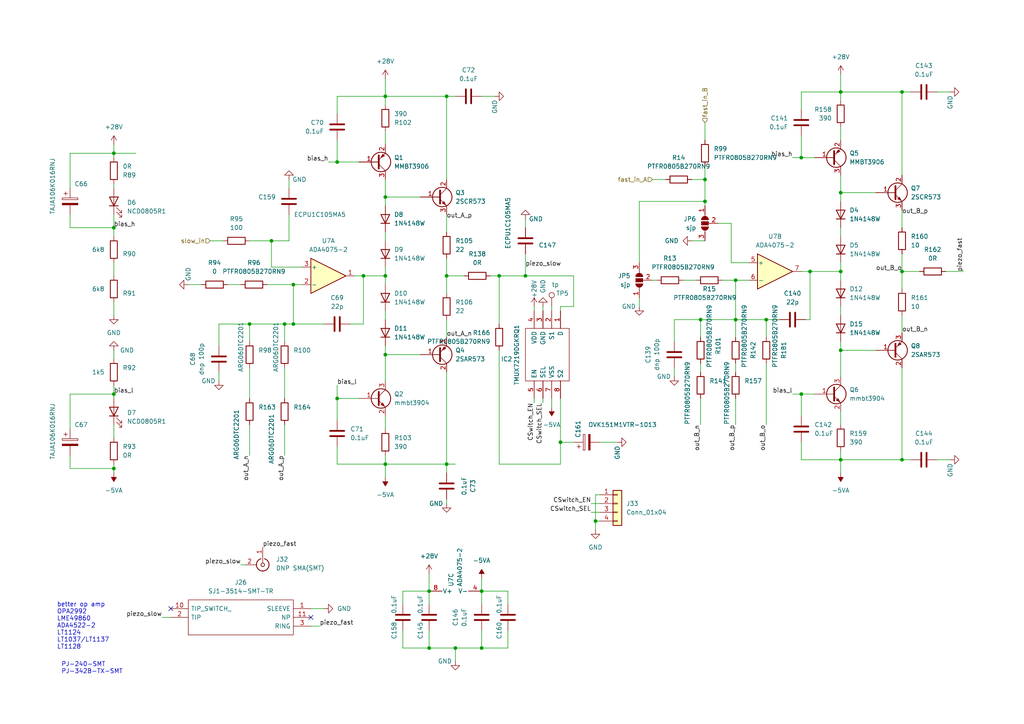
<source format=kicad_sch>
(kicad_sch (version 20211123) (generator eeschema)
  (paper "A4")
  (lib_symbols
    (symbol "Amplifier_Operational:ADA4075-2" (pin_names (offset 0.127))
      (property "Reference" "U" (at 0 5.08 0))
      (property "Value" "ADA4075-2" (at 0 -5.08 0))
      (symbol "ADA4075-2_1_1"
        (pin output line (at 7.62 0 180) (length 2.54) (name "~") (number "1"))
        (pin input line (at -7.62 -2.54 0) (length 2.54) (name "-") (number "2"))
        (pin input line (at -7.62 2.54 0) (length 2.54) (name "+") (number "3"))
      )
      (symbol "ADA4075-2_2_1"
        (pin input line (at -7.62 2.54 0) (length 2.54) (name "+") (number "5"))
        (pin input line (at -7.62 -2.54 0) (length 2.54) (name "-") (number "6"))
        (pin output line (at 7.62 0 180) (length 2.54) (name "~") (number "7"))
      )
      (symbol "ADA4075-2_3_1"
        (pin power_in line (at -2.54 -7.62 90) (length 3.81) (name "V-") (number "4"))
        (pin power_in line (at -2.54 7.62 270) (length 3.81) (name "V+") (number "8"))
      )
    )
    (symbol "Connector:Conn_Coaxial" (pin_names (offset 1.016) hide)
      (property "Reference" "J" (at 0.254 3.048 0))
      (property "Value" "Conn_Coaxial" (at 2.921 0 90))
      (symbol "Conn_Coaxial_1_1"
        (pin passive line (at -5.08 0 0) (length 2.54) (name "In") (number "1"))
        (pin passive line (at 0 -5.08 90) (length 2.54) (name "Ext") (number "2"))
      )
    )
    (symbol "Connector:TestPoint" (pin_numbers hide) (pin_names (offset 0.762) hide)
      (property "Reference" "TP" (at 0 6.858 0))
      (property "Value" "TestPoint" (at 0 5.08 0))
      (symbol "TestPoint_1_1"
        (pin passive line (at 0 0 90) (length 2.54) (name "1") (number "1"))
      )
    )
    (symbol "Connector_Generic:Conn_01x04" (pin_names (offset 1.016) hide)
      (property "Reference" "J" (at 0 5.08 0))
      (property "Value" "Conn_01x04" (at 0 -7.62 0))
      (symbol "Conn_01x04_1_1"
        (pin passive line (at -5.08 2.54 0) (length 3.81) (name "Pin_1") (number "1"))
        (pin passive line (at -5.08 0 0) (length 3.81) (name "Pin_2") (number "2"))
        (pin passive line (at -5.08 -2.54 0) (length 3.81) (name "Pin_3") (number "3"))
        (pin passive line (at -5.08 -5.08 0) (length 3.81) (name "Pin_4") (number "4"))
      )
    )
    (symbol "Device:C" (pin_numbers hide) (pin_names (offset 0.254))
      (property "Reference" "C" (at 0.635 2.54 0))
      (property "Value" "C" (at 0.635 -2.54 0))
      (symbol "C_1_1"
        (pin passive line (at 0 3.81 270) (length 2.794) (name "~") (number "1"))
        (pin passive line (at 0 -3.81 90) (length 2.794) (name "~") (number "2"))
      )
    )
    (symbol "Device:C_Polarized" (pin_numbers hide) (pin_names (offset 0.254))
      (property "Reference" "C" (at 0.635 2.54 0))
      (property "Value" "C_Polarized" (at 0.635 -2.54 0))
      (symbol "C_Polarized_1_1"
        (pin passive line (at 0 3.81 270) (length 2.794) (name "~") (number "1"))
        (pin passive line (at 0 -3.81 90) (length 2.794) (name "~") (number "2"))
      )
    )
    (symbol "Device:D" (pin_numbers hide) (pin_names (offset 1.016) hide)
      (property "Reference" "D" (at 0 2.54 0))
      (property "Value" "D" (at 0 -2.54 0))
      (symbol "D_1_1"
        (pin passive line (at -3.81 0 0) (length 2.54) (name "K") (number "1"))
        (pin passive line (at 3.81 0 180) (length 2.54) (name "A") (number "2"))
      )
    )
    (symbol "Device:LED" (pin_numbers hide) (pin_names (offset 1.016) hide)
      (property "Reference" "D" (at 0 2.54 0))
      (property "Value" "LED" (at 0 -2.54 0))
      (symbol "LED_1_1"
        (pin passive line (at -3.81 0 0) (length 2.54) (name "K") (number "1"))
        (pin passive line (at 3.81 0 180) (length 2.54) (name "A") (number "2"))
      )
    )
    (symbol "Device:Q_NPN_BCE" (pin_names (offset 0) hide)
      (property "Reference" "Q" (at 5.08 1.27 0))
      (property "Value" "Q_NPN_BCE" (at 5.08 -1.27 0))
      (symbol "Q_NPN_BCE_1_1"
        (pin input line (at -5.08 0 0) (length 5.715) (name "B") (number "1"))
        (pin passive line (at 2.54 5.08 270) (length 2.54) (name "C") (number "2"))
        (pin passive line (at 2.54 -5.08 90) (length 2.54) (name "E") (number "3"))
      )
    )
    (symbol "Device:Q_NPN_BEC" (pin_names (offset 0) hide)
      (property "Reference" "Q" (at 5.08 1.27 0))
      (property "Value" "Q_NPN_BEC" (at 5.08 -1.27 0))
      (symbol "Q_NPN_BEC_1_1"
        (pin input line (at -5.08 0 0) (length 5.715) (name "B") (number "1"))
        (pin passive line (at 2.54 -5.08 90) (length 2.54) (name "E") (number "2"))
        (pin passive line (at 2.54 5.08 270) (length 2.54) (name "C") (number "3"))
      )
    )
    (symbol "Device:Q_PNP_BCE" (pin_names (offset 0) hide)
      (property "Reference" "Q" (at 5.08 1.27 0))
      (property "Value" "Q_PNP_BCE" (at 5.08 -1.27 0))
      (symbol "Q_PNP_BCE_1_1"
        (pin input line (at -5.08 0 0) (length 5.715) (name "B") (number "1"))
        (pin passive line (at 2.54 5.08 270) (length 2.54) (name "C") (number "2"))
        (pin passive line (at 2.54 -5.08 90) (length 2.54) (name "E") (number "3"))
      )
    )
    (symbol "Device:Q_PNP_BEC" (pin_names (offset 0) hide)
      (property "Reference" "Q" (at 5.08 1.27 0))
      (property "Value" "Q_PNP_BEC" (at 5.08 -1.27 0))
      (symbol "Q_PNP_BEC_1_1"
        (pin input line (at -5.08 0 0) (length 5.715) (name "B") (number "1"))
        (pin passive line (at 2.54 -5.08 90) (length 2.54) (name "E") (number "2"))
        (pin passive line (at 2.54 5.08 270) (length 2.54) (name "C") (number "3"))
      )
    )
    (symbol "Device:R" (pin_numbers hide) (pin_names (offset 0))
      (property "Reference" "R" (at 2.032 0 90))
      (property "Value" "R" (at 0 0 90))
      (symbol "R_1_1"
        (pin passive line (at 0 3.81 270) (length 1.27) (name "~") (number "1"))
        (pin passive line (at 0 -3.81 90) (length 1.27) (name "~") (number "2"))
      )
    )
    (symbol "Jumper:SolderJumper_3_Open" (pin_names (offset 0) hide)
      (property "Reference" "JP" (at -2.54 -2.54 0))
      (property "Value" "SolderJumper_3_Open" (at 0 2.794 0))
      (symbol "SolderJumper_3_Open_1_1"
        (pin passive line (at -5.08 0 0) (length 2.54) (name "A") (number "1"))
        (pin passive line (at 0 -3.81 90) (length 2.54) (name "C") (number "2"))
        (pin passive line (at 5.08 0 180) (length 2.54) (name "B") (number "3"))
      )
    )
    (symbol "SamacSys_Parts:SJ1-3514-SMT-TR" (pin_names (offset 0.762))
      (property "Reference" "J" (at 36.83 7.62 0))
      (property "Value" "SJ1-3514-SMT-TR" (at 36.83 5.08 0))
      (symbol "SJ1-3514-SMT-TR_0_0"
        (pin passive line (at 40.64 0 180) (length 5.08) (name "SLEEVE") (number "1"))
        (pin passive line (at 0 0 0) (length 5.08) (name "TIP_SWITCH_") (number "10"))
        (pin passive line (at 40.64 -2.54 180) (length 5.08) (name "NP") (number "11"))
        (pin passive line (at 0 -2.54 0) (length 5.08) (name "TIP") (number "2"))
        (pin passive line (at 40.64 -5.08 180) (length 5.08) (name "RING") (number "3"))
      )
    )
    (symbol "SamacSys_Parts:TMUX7219DGKRQ1" (pin_names (offset 0.762))
      (property "Reference" "IC" (at 21.59 7.62 0))
      (property "Value" "TMUX7219DGKRQ1" (at 21.59 5.08 0))
      (symbol "TMUX7219DGKRQ1_0_0"
        (pin passive line (at 0 0 0) (length 5.08) (name "D") (number "1"))
        (pin passive line (at 0 -2.54 0) (length 5.08) (name "S1") (number "2"))
        (pin passive line (at 0 -5.08 0) (length 5.08) (name "GND") (number "3"))
        (pin passive line (at 0 -7.62 0) (length 5.08) (name "VDD") (number "4"))
        (pin passive line (at 25.4 -7.62 180) (length 5.08) (name "EN") (number "5"))
        (pin passive line (at 25.4 -5.08 180) (length 5.08) (name "SEL") (number "6"))
        (pin passive line (at 25.4 -2.54 180) (length 5.08) (name "VSS") (number "7"))
        (pin passive line (at 25.4 0 180) (length 5.08) (name "S2") (number "8"))
      )
    )
    (symbol "power:+28V" (power) (pin_names (offset 0))
      (property "Value" "+28V" (at 0 3.81 0))
      (symbol "+28V_1_1"
        (pin power_in line (at 0 0 90) (length 0) hide (name "+28V") (number "1"))
      )
    )
    (symbol "power:-5VA" (power) (pin_names (offset 0))
      (property "Value" "-5VA" (at 0 3.81 0))
      (symbol "-5VA_0_0"
        (pin power_in line (at 0 0 90) (length 0) hide (name "-5VA") (number "1"))
      )
    )
    (symbol "power:GND" (power) (pin_names (offset 0))
      (property "Value" "GND" (at 0 -3.81 0))
      (symbol "GND_1_1"
        (pin power_in line (at 0 0 270) (length 0) hide (name "GND") (number "1"))
      )
    )
  )
  (junction (at 243.84 55.88))
  (junction (at 222.25 92.71))
  (junction (at 139.7 171.45))
  (junction (at 132.08 187.96))
  (junction (at 261.62 78.74))
  (junction (at 33.02 135.89))
  (junction (at 111.76 102.87))
  (junction (at 203.2 92.71))
  (junction (at 111.76 80.01))
  (junction (at 162.56 128.27))
  (junction (at 243.84 78.74))
  (junction (at 105.41 80.01))
  (junction (at 78.74 69.85))
  (junction (at 111.76 57.15))
  (junction (at 213.36 92.71))
  (junction (at 261.62 26.67))
  (junction (at 172.72 151.13))
  (junction (at 204.47 52.07))
  (junction (at 111.76 27.94))
  (junction (at 204.47 58.42))
  (junction (at 72.39 93.98))
  (junction (at 97.79 46.99))
  (junction (at 232.41 114.3))
  (junction (at 243.84 26.67))
  (junction (at 139.7 187.96))
  (junction (at 129.54 134.62))
  (junction (at 234.95 78.74))
  (junction (at 232.41 45.72))
  (junction (at 124.46 187.96))
  (junction (at 33.02 66.04))
  (junction (at 111.76 134.62))
  (junction (at 97.79 115.57))
  (junction (at 213.36 81.28))
  (junction (at 82.55 93.98))
  (junction (at 243.84 133.35))
  (junction (at 85.09 93.98))
  (junction (at 85.09 82.55))
  (junction (at 144.78 80.01))
  (junction (at 33.02 114.3))
  (junction (at 129.54 27.94))
  (junction (at 152.4 80.01))
  (junction (at 243.84 101.6))
  (junction (at 261.62 133.35))
  (junction (at 124.46 171.45))
  (junction (at 33.02 44.45))
  (junction (at 129.54 80.01))
  (no_connect (at 90.17 179.07))
  (no_connect (at 49.53 176.53))
  (wire (pts (xy 83.82 69.85) (xy 78.74 69.85)))
  (wire (pts (xy 111.76 41.91) (xy 111.76 38.1)))
  (wire (pts (xy 121.92 57.15) (xy 111.76 57.15)))
  (wire (pts (xy 33.02 127) (xy 33.02 123.19)))
  (wire (pts (xy 129.54 62.23) (xy 129.54 67.31)))
  (wire (pts (xy 82.55 93.98) (xy 82.55 99.06)))
  (wire (pts (xy 97.79 27.94) (xy 111.76 27.94)))
  (wire (pts (xy 203.2 105.41) (xy 203.2 107.95)))
  (wire (pts (xy 243.84 58.42) (xy 243.84 55.88)))
  (wire (pts (xy 33.02 76.2) (xy 33.02 80.01)))
  (wire (pts (xy 97.79 134.62) (xy 111.76 134.62)))
  (wire (pts (xy 63.5 110.49) (xy 63.5 107.95)))
  (wire (pts (xy 33.02 111.76) (xy 33.02 114.3)))
  (wire (pts (xy 147.32 182.88) (xy 147.32 187.96)))
  (wire (pts (xy 129.54 92.71) (xy 129.54 97.79)))
  (wire (pts (xy 261.62 60.96) (xy 261.62 66.04)))
  (wire (pts (xy 243.84 119.38) (xy 243.84 123.19)))
  (wire (pts (xy 129.54 80.01) (xy 129.54 74.93)))
  (wire (pts (xy 222.25 92.71) (xy 226.06 92.71)))
  (wire (pts (xy 213.36 115.57) (xy 213.36 123.19)))
  (wire (pts (xy 72.39 106.68) (xy 72.39 115.57)))
  (wire (pts (xy 213.36 81.28) (xy 217.17 81.28)))
  (wire (pts (xy 111.76 120.65) (xy 111.76 124.46)))
  (wire (pts (xy 243.84 40.64) (xy 243.84 36.83)))
  (wire (pts (xy 243.84 66.04) (xy 243.84 68.58)))
  (wire (pts (xy 111.76 100.33) (xy 111.76 102.87)))
  (wire (pts (xy 172.72 153.67) (xy 172.72 151.13)))
  (wire (pts (xy 20.32 132.08) (xy 20.32 135.89)))
  (wire (pts (xy 33.02 41.91) (xy 33.02 44.45)))
  (wire (pts (xy 204.47 58.42) (xy 204.47 59.69)))
  (wire (pts (xy 101.6 93.98) (xy 105.41 93.98)))
  (wire (pts (xy 233.68 92.71) (xy 234.95 92.71)))
  (wire (pts (xy 97.79 46.99) (xy 97.79 40.64)))
  (wire (pts (xy 132.08 187.96) (xy 139.7 187.96)))
  (wire (pts (xy 261.62 91.44) (xy 261.62 96.52)))
  (wire (pts (xy 72.39 99.06) (xy 72.39 93.98)))
  (wire (pts (xy 160.02 88.9) (xy 160.02 90.17)))
  (wire (pts (xy 243.84 55.88) (xy 243.84 50.8)))
  (wire (pts (xy 33.02 44.45) (xy 33.02 45.72)))
  (wire (pts (xy 111.76 102.87) (xy 111.76 110.49)))
  (wire (pts (xy 85.09 82.55) (xy 87.63 82.55)))
  (wire (pts (xy 243.84 21.59) (xy 243.84 26.67)))
  (wire (pts (xy 63.5 100.33) (xy 63.5 93.98)))
  (wire (pts (xy 46.99 179.07) (xy 49.53 179.07)))
  (wire (pts (xy 198.12 81.28) (xy 201.93 81.28)))
  (wire (pts (xy 275.59 133.35) (xy 271.78 133.35)))
  (wire (pts (xy 72.39 93.98) (xy 82.55 93.98)))
  (wire (pts (xy 261.62 83.82) (xy 261.62 78.74)))
  (wire (pts (xy 203.2 92.71) (xy 213.36 92.71)))
  (wire (pts (xy 139.7 187.96) (xy 139.7 182.88)))
  (wire (pts (xy 85.09 93.98) (xy 93.98 93.98)))
  (wire (pts (xy 82.55 93.98) (xy 85.09 93.98)))
  (wire (pts (xy 143.51 27.94) (xy 139.7 27.94)))
  (wire (pts (xy 185.42 58.42) (xy 204.47 58.42)))
  (wire (pts (xy 232.41 133.35) (xy 243.84 133.35)))
  (wire (pts (xy 172.72 151.13) (xy 173.99 151.13)))
  (wire (pts (xy 129.54 107.95) (xy 129.54 134.62)))
  (wire (pts (xy 157.48 115.57) (xy 157.48 116.84)))
  (wire (pts (xy 213.36 92.71) (xy 222.25 92.71)))
  (wire (pts (xy 152.4 73.66) (xy 152.4 80.01)))
  (wire (pts (xy 160.02 118.11) (xy 160.02 115.57)))
  (wire (pts (xy 172.72 143.51) (xy 173.99 143.51)))
  (wire (pts (xy 139.7 167.64) (xy 139.7 171.45)))
  (wire (pts (xy 111.76 102.87) (xy 121.92 102.87)))
  (wire (pts (xy 104.14 46.99) (xy 97.79 46.99)))
  (wire (pts (xy 243.84 26.67) (xy 261.62 26.67)))
  (wire (pts (xy 209.55 81.28) (xy 213.36 81.28)))
  (wire (pts (xy 20.32 135.89) (xy 33.02 135.89)))
  (wire (pts (xy 232.41 31.75) (xy 232.41 26.67)))
  (wire (pts (xy 124.46 182.88) (xy 124.46 187.96)))
  (wire (pts (xy 97.79 33.02) (xy 97.79 27.94)))
  (wire (pts (xy 111.76 67.31) (xy 111.76 69.85)))
  (wire (pts (xy 142.24 80.01) (xy 144.78 80.01)))
  (wire (pts (xy 279.4 78.74) (xy 274.32 78.74)))
  (wire (pts (xy 172.72 151.13) (xy 172.72 143.51)))
  (wire (pts (xy 111.76 59.69) (xy 111.76 57.15)))
  (wire (pts (xy 33.02 66.04) (xy 33.02 62.23)))
  (wire (pts (xy 111.76 27.94) (xy 111.76 30.48)))
  (wire (pts (xy 232.41 45.72) (xy 232.41 39.37)))
  (wire (pts (xy 166.37 88.9) (xy 162.56 88.9)))
  (wire (pts (xy 213.36 92.71) (xy 213.36 97.79)))
  (wire (pts (xy 72.39 69.85) (xy 78.74 69.85)))
  (wire (pts (xy 173.99 146.05) (xy 171.45 146.05)))
  (wire (pts (xy 152.4 80.01) (xy 166.37 80.01)))
  (wire (pts (xy 254 55.88) (xy 243.84 55.88)))
  (wire (pts (xy 33.02 87.63) (xy 33.02 91.44)))
  (wire (pts (xy 275.59 26.67) (xy 271.78 26.67)))
  (wire (pts (xy 243.84 137.16) (xy 243.84 133.35)))
  (wire (pts (xy 69.85 163.83) (xy 71.12 163.83)))
  (wire (pts (xy 97.79 129.54) (xy 97.79 134.62)))
  (wire (pts (xy 234.95 92.71) (xy 234.95 78.74)))
  (wire (pts (xy 124.46 166.37) (xy 124.46 171.45)))
  (wire (pts (xy 132.08 191.77) (xy 132.08 187.96)))
  (wire (pts (xy 232.41 78.74) (xy 234.95 78.74)))
  (wire (pts (xy 213.36 81.28) (xy 213.36 92.71)))
  (wire (pts (xy 20.32 44.45) (xy 20.32 54.61)))
  (wire (pts (xy 147.32 175.26) (xy 147.32 171.45)))
  (wire (pts (xy 243.84 78.74) (xy 243.84 81.28)))
  (wire (pts (xy 111.76 134.62) (xy 111.76 132.08)))
  (wire (pts (xy 102.87 80.01) (xy 105.41 80.01)))
  (wire (pts (xy 203.2 115.57) (xy 203.2 123.19)))
  (wire (pts (xy 78.74 77.47) (xy 87.63 77.47)))
  (wire (pts (xy 139.7 175.26) (xy 139.7 171.45)))
  (wire (pts (xy 243.84 26.67) (xy 243.84 29.21)))
  (wire (pts (xy 82.55 123.19) (xy 82.55 132.08)))
  (wire (pts (xy 243.84 101.6) (xy 243.84 109.22)))
  (wire (pts (xy 243.84 88.9) (xy 243.84 91.44)))
  (wire (pts (xy 261.62 106.68) (xy 261.62 133.35)))
  (wire (pts (xy 116.84 171.45) (xy 124.46 171.45)))
  (wire (pts (xy 204.47 35.56) (xy 204.47 40.64)))
  (wire (pts (xy 236.22 45.72) (xy 232.41 45.72)))
  (wire (pts (xy 162.56 88.9) (xy 162.56 90.17)))
  (wire (pts (xy 129.54 146.05) (xy 129.54 144.78)))
  (wire (pts (xy 166.37 80.01) (xy 166.37 88.9)))
  (wire (pts (xy 63.5 93.98) (xy 72.39 93.98)))
  (wire (pts (xy 154.94 115.57) (xy 154.94 116.84)))
  (wire (pts (xy 264.16 26.67) (xy 261.62 26.67)))
  (wire (pts (xy 77.47 82.55) (xy 85.09 82.55)))
  (wire (pts (xy 111.76 77.47) (xy 111.76 80.01)))
  (wire (pts (xy 111.76 27.94) (xy 129.54 27.94)))
  (wire (pts (xy 124.46 187.96) (xy 132.08 187.96)))
  (wire (pts (xy 243.84 99.06) (xy 243.84 101.6)))
  (wire (pts (xy 111.76 138.43) (xy 111.76 134.62)))
  (wire (pts (xy 195.58 92.71) (xy 203.2 92.71)))
  (wire (pts (xy 229.87 114.3) (xy 232.41 114.3)))
  (wire (pts (xy 85.09 82.55) (xy 85.09 93.98)))
  (wire (pts (xy 20.32 62.23) (xy 20.32 66.04)))
  (wire (pts (xy 212.09 64.77) (xy 212.09 76.2)))
  (wire (pts (xy 171.45 148.59) (xy 173.99 148.59)))
  (wire (pts (xy 111.76 80.01) (xy 111.76 82.55)))
  (wire (pts (xy 222.25 105.41) (xy 222.25 123.19)))
  (wire (pts (xy 229.87 45.72) (xy 232.41 45.72)))
  (wire (pts (xy 147.32 171.45) (xy 139.7 171.45)))
  (wire (pts (xy 132.08 134.62) (xy 129.54 134.62)))
  (wire (pts (xy 157.48 88.9) (xy 157.48 90.17)))
  (wire (pts (xy 213.36 105.41) (xy 213.36 107.95)))
  (wire (pts (xy 200.66 69.85) (xy 204.47 69.85)))
  (wire (pts (xy 236.22 114.3) (xy 232.41 114.3)))
  (wire (pts (xy 33.02 137.16) (xy 33.02 135.89)))
  (wire (pts (xy 20.32 114.3) (xy 20.32 124.46)))
  (wire (pts (xy 212.09 76.2) (xy 217.17 76.2)))
  (wire (pts (xy 162.56 128.27) (xy 162.56 115.57)))
  (wire (pts (xy 243.84 76.2) (xy 243.84 78.74)))
  (wire (pts (xy 116.84 175.26) (xy 116.84 171.45)))
  (wire (pts (xy 243.84 133.35) (xy 261.62 133.35)))
  (wire (pts (xy 20.32 66.04) (xy 33.02 66.04)))
  (wire (pts (xy 185.42 76.2) (xy 185.42 58.42)))
  (wire (pts (xy 129.54 27.94) (xy 129.54 52.07)))
  (wire (pts (xy 144.78 93.98) (xy 144.78 80.01)))
  (wire (pts (xy 93.98 176.53) (xy 90.17 176.53)))
  (wire (pts (xy 105.41 80.01) (xy 111.76 80.01)))
  (wire (pts (xy 72.39 123.19) (xy 72.39 132.08)))
  (wire (pts (xy 82.55 106.68) (xy 82.55 115.57)))
  (wire (pts (xy 232.41 114.3) (xy 232.41 120.65)))
  (wire (pts (xy 54.61 82.55) (xy 58.42 82.55)))
  (wire (pts (xy 179.07 128.27) (xy 173.99 128.27)))
  (wire (pts (xy 193.04 52.07) (xy 189.23 52.07)))
  (wire (pts (xy 162.56 134.62) (xy 162.56 128.27)))
  (wire (pts (xy 208.28 64.77) (xy 212.09 64.77)))
  (wire (pts (xy 144.78 101.6) (xy 144.78 134.62)))
  (wire (pts (xy 264.16 133.35) (xy 261.62 133.35)))
  (wire (pts (xy 261.62 78.74) (xy 261.62 73.66)))
  (wire (pts (xy 95.25 46.99) (xy 97.79 46.99)))
  (wire (pts (xy 195.58 109.22) (xy 195.58 106.68)))
  (wire (pts (xy 154.94 88.9) (xy 154.94 90.17)))
  (wire (pts (xy 111.76 90.17) (xy 111.76 92.71)))
  (wire (pts (xy 33.02 104.14) (xy 33.02 101.6)))
  (wire (pts (xy 129.54 134.62) (xy 129.54 137.16)))
  (wire (pts (xy 105.41 93.98) (xy 105.41 80.01)))
  (wire (pts (xy 152.4 63.5) (xy 152.4 66.04)))
  (wire (pts (xy 204.47 52.07) (xy 204.47 58.42)))
  (wire (pts (xy 97.79 115.57) (xy 97.79 121.92)))
  (wire (pts (xy 243.84 101.6) (xy 254 101.6)))
  (wire (pts (xy 83.82 54.61) (xy 83.82 52.07)))
  (wire (pts (xy 129.54 134.62) (xy 111.76 134.62)))
  (wire (pts (xy 129.54 85.09) (xy 129.54 80.01)))
  (wire (pts (xy 64.77 69.85) (xy 60.96 69.85)))
  (wire (pts (xy 92.71 181.61) (xy 90.17 181.61)))
  (wire (pts (xy 232.41 128.27) (xy 232.41 133.35)))
  (wire (pts (xy 234.95 78.74) (xy 243.84 78.74)))
  (wire (pts (xy 20.32 44.45) (xy 33.02 44.45)))
  (wire (pts (xy 33.02 135.89) (xy 33.02 134.62)))
  (wire (pts (xy 116.84 182.88) (xy 116.84 187.96)))
  (wire (pts (xy 83.82 62.23) (xy 83.82 69.85)))
  (wire (pts (xy 222.25 97.79) (xy 222.25 92.71)))
  (wire (pts (xy 124.46 187.96) (xy 116.84 187.96)))
  (wire (pts (xy 166.37 128.27) (xy 162.56 128.27)))
  (wire (pts (xy 33.02 68.58) (xy 33.02 66.04)))
  (wire (pts (xy 204.47 52.07) (xy 200.66 52.07)))
  (wire (pts (xy 232.41 26.67) (xy 243.84 26.67)))
  (wire (pts (xy 195.58 99.06) (xy 195.58 92.71)))
  (wire (pts (xy 144.78 80.01) (xy 152.4 80.01)))
  (wire (pts (xy 266.7 78.74) (xy 261.62 78.74)))
  (wire (pts (xy 190.5 81.28) (xy 189.23 81.28)))
  (wire (pts (xy 124.46 175.26) (xy 124.46 171.45)))
  (wire (pts (xy 132.08 27.94) (xy 129.54 27.94)))
  (wire (pts (xy 185.42 88.9) (xy 185.42 86.36)))
  (wire (pts (xy 33.02 114.3) (xy 33.02 115.57)))
  (wire (pts (xy 66.04 82.55) (xy 69.85 82.55)))
  (wire (pts (xy 243.84 133.35) (xy 243.84 130.81)))
  (wire (pts (xy 204.47 48.26) (xy 204.47 52.07)))
  (wire (pts (xy 104.14 115.57) (xy 97.79 115.57)))
  (wire (pts (xy 203.2 97.79) (xy 203.2 92.71)))
  (wire (pts (xy 144.78 134.62) (xy 162.56 134.62)))
  (wire (pts (xy 78.74 69.85) (xy 78.74 77.47)))
  (wire (pts (xy 97.79 111.76) (xy 97.79 115.57)))
  (wire (pts (xy 33.02 114.3) (xy 20.32 114.3)))
  (wire (pts (xy 139.7 187.96) (xy 147.32 187.96)))
  (wire (pts (xy 39.37 44.45) (xy 33.02 44.45)))
  (wire (pts (xy 33.02 54.61) (xy 33.02 53.34)))
  (wire (pts (xy 129.54 80.01) (xy 134.62 80.01)))
  (wire (pts (xy 111.76 22.86) (xy 111.76 27.94)))
  (wire (pts (xy 111.76 57.15) (xy 111.76 52.07)))
  (wire (pts (xy 261.62 26.67) (xy 261.62 50.8)))
  (text "better op amp\nOPA2992\nLME49860 \nADA4522-2\nLT1124\nLT1037/LT1137\nLT1128\n\n" (at 16.51 190.5 0) (effects (font (size 1.27 1.27)) (justify left bottom)))
  (text "PJ-240-SMT\nPJ-342B-TX-SMT" (at 17.78 195.58 0) (effects (font (size 1.27 1.27)) (justify left bottom)))
  (label "piezo_slow" (at 152.4 77.47 0))
  (label "out_B_n" (at 203.2 123.19 270))
  (label "out_A_p" (at 82.55 132.08 270))
  (label "out_A_n" (at 72.39 132.08 270))
  (label "out_B_o" (at 222.25 123.19 270))
  (label "piezo_fast" (at 279.4 78.74 90))
  (label "out_B_n" (at 261.62 96.52 0))
  (label "bias_h" (at 95.25 46.99 180))
  (label "piezo_fast" (at 92.71 181.61 0))
  (label "bias_l" (at 229.87 114.3 180))
  (label "piezo_fast" (at 76.2 158.75 0))
  (label "piezo_slow" (at 46.99 179.07 180))
  (label "bias_l" (at 33.02 114.3 0))
  (label "piezo_slow" (at 69.85 163.83 180))
  (label "out_B_p" (at 213.36 123.19 270))
  (label "bias_l" (at 97.79 111.76 0))
  (label "out_A_n" (at 129.54 97.79 0))
  (label "out_B_o" (at 261.62 78.74 180))
  (label "out_A_p" (at 129.54 63.5 0))
  (label "bias_h" (at 33.02 66.04 0))
  (label "CSwitch_EN" (at 171.45 146.05 180))
  (label "CSwitch_SEL" (at 171.45 148.59 180))
  (label "out_B_p" (at 261.62 62.23 0))
  (label "CSwitch_SEL" (at 157.48 116.84 270))
  (label "CSwitch_EN" (at 154.94 116.84 270))
  (label "bias_h" (at 229.87 45.72 180))
  (hierarchical_label "fast_in_A" (shape input) (at 189.23 52.07 180))
  (hierarchical_label "slow_in" (shape input) (at 60.96 69.85 180))
  (hierarchical_label "fast_in_B" (shape input) (at 204.47 35.56 90))
  (symbol (lib_id "Device:R") (at 261.62 69.85 0) (unit 1)
    (property "Reference" "R160" (at 264.16 68.5799 0) (effects (justify left)))
    (property "Value" "10" (at 264.16 71.1199 0) (effects (justify left)))
    (property "Footprint" "Resistor_SMD:R_0805_2012Metric" (effects hide))
  )
  (symbol (lib_id "Device:D") (at 243.84 72.39 90) (unit 1)
    (property "Reference" "D5" (at 246.38 71.1199 90) (effects (justify right)))
    (property "Value" "1N4148W" (at 246.38 73.6599 90) (effects (justify right)))
    (property "Footprint" "SamacSys_Parts:D_SOD-323_HugePad" (effects hide))
  )
  (symbol (lib_id "Device:C") (at 152.4 69.85 0) (mirror x) (unit 1)
    (property "Reference" "C147" (at 156.21 71.1201 0) (effects (justify left)))
    (property "Value" "ECPU1C105MA5" (at 147.32 57.15 90) (effects (justify left)))
    (property "Footprint" "Capacitor_SMD:C_1210_3225Metric" (effects hide))
  )
  (symbol (lib_id "power:GND") (at 275.59 133.35 90) (mirror x) (unit 1)
    (property "Reference" "#PWR0226" (effects hide))
    (property "Value" "GND" (at 275.59 138.43 0) (effects (justify right)))
  )
  (symbol (lib_id "Device:D") (at 111.76 63.5 90) (unit 1)
    (property "Reference" "D8" (at 114.3 62.2299 90) (effects (justify right)))
    (property "Value" "1N4148W" (at 114.3 64.7699 90) (effects (justify right)))
    (property "Footprint" "SamacSys_Parts:D_SOD-323_HugePad" (effects hide))
  )
  (symbol (lib_id "power:-5VA") (at 160.02 118.11 180) (unit 1)
    (property "Reference" "#PWR0241" (effects hide))
    (property "Value" "-5VA" (at 160.02 123.19 0))
  )
  (symbol (lib_id "Device:R") (at 138.43 80.01 270) (mirror x) (unit 1)
    (property "Reference" "R138" (at 138.43 73.66 90))
    (property "Value" "0R" (at 138.43 76.2 90))
    (property "Footprint" "Resistor_SMD:R_0805_2012Metric" (effects hide))
  )
  (symbol (lib_id "power:-5VA") (at 139.7 167.64 0) (unit 1)
    (property "Reference" "#PWR0229" (effects hide))
    (property "Value" "-5VA" (at 139.7 162.56 0))
  )
  (symbol (lib_id "Device:C_Polarized") (at 20.32 58.42 0) (unit 1)
    (property "Reference" "C66" (at 21.59 53.34 0) (effects (justify left)))
    (property "Value" "TAJA106K016RNJ" (at 15.24 62.23 90) (effects (justify left)))
    (property "Footprint" "Capacitor_Tantalum_SMD:CP_EIA-3528-12_Kemet-T" (effects hide))
  )
  (symbol (lib_id "Device:Q_NPN_BCE") (at 259.08 55.88 0) (unit 1)
    (property "Reference" "Q7" (at 264.16 54.6099 0) (effects (justify left)))
    (property "Value" "2SCR573" (at 264.16 57.1499 0) (effects (justify left)))
    (property "Footprint" "Package_TO_SOT_SMD:TO-252-2" (effects hide))
  )
  (symbol (lib_id "Connector:Conn_Coaxial") (at 76.2 163.83 270) (unit 1)
    (property "Reference" "J32" (at 80.01 162.2424 90) (effects (justify left)))
    (property "Value" "DNP SMA(SMT)" (at 80.01 164.7824 90) (effects (justify left)))
    (property "Footprint" "Connector_Coaxial:SMA_Amphenol_132134-10_Vertical" (effects hide))
    (property "Datasheet" " ~" (effects hide))
  )
  (symbol (lib_id "power:GND") (at 63.5 110.49 0) (mirror y) (unit 1)
    (property "Reference" "#PWR064" (effects hide))
    (property "Value" "GND" (at 58.42 110.49 0) (effects (justify right)))
  )
  (symbol (lib_id "Device:D") (at 111.76 86.36 90) (unit 1)
    (property "Reference" "D10" (at 114.3 85.0899 90) (effects (justify right)))
    (property "Value" "1N4148W" (at 114.3 87.6299 90) (effects (justify right)))
    (property "Footprint" "SamacSys_Parts:D_SOD-323_HugePad" (effects hide))
  )
  (symbol (lib_id "Device:D") (at 111.76 73.66 90) (unit 1)
    (property "Reference" "D9" (at 114.3 72.3899 90) (effects (justify right)))
    (property "Value" "1N4148W" (at 114.3 74.9299 90) (effects (justify right)))
    (property "Footprint" "SamacSys_Parts:D_SOD-323_HugePad" (effects hide))
  )
  (symbol (lib_id "power:+28V") (at 154.94 88.9 0) (unit 1)
    (property "Reference" "#PWR0240" (effects hide))
    (property "Value" "+28V" (at 154.94 83.82 90))
  )
  (symbol (lib_id "Device:LED") (at 33.02 58.42 90) (unit 1)
    (property "Reference" "D6" (at 36.83 58.7374 90) (effects (justify right)))
    (property "Value" "NCD0805R1" (at 36.83 61.2774 90) (effects (justify right)))
    (property "Footprint" "LED_SMD:LED_0805_2012Metric_Pad1.15x1.40mm_HandSolder" (effects hide))
  )
  (symbol (lib_id "Amplifier_Operational:ADA4075-2") (at 132.08 168.91 90) (unit 3)
    (property "Reference" "U7" (at 130.8099 170.18 0) (effects (justify left)))
    (property "Value" "ADA4075-2" (at 133.3499 170.18 0) (effects (justify left)))
    (property "Footprint" "Package_SO:SOIC-8_3.9x4.9mm_P1.27mm" (effects hide))
    (property "Datasheet" "https://www.analog.com/static/imported-files/data_sheets/ADA4075-2.pdf" (effects hide))
  )
  (symbol (lib_id "Amplifier_Operational:ADA4075-2") (at 95.25 80.01 0) (unit 1)
    (property "Reference" "U7" (at 95.25 69.85 0))
    (property "Value" "ADA4075-2" (at 95.25 72.39 0))
    (property "Footprint" "Package_SO:SOIC-8_3.9x4.9mm_P1.27mm" (effects hide))
    (property "Datasheet" "https://www.analog.com/static/imported-files/data_sheets/ADA4075-2.pdf" (effects hide))
  )
  (symbol (lib_id "power:+28V") (at 33.02 41.91 0) (unit 1)
    (property "Reference" "#PWR0203" (effects hide))
    (property "Value" "+28V" (at 33.02 36.83 0))
  )
  (symbol (lib_id "power:GND") (at 157.48 88.9 0) (mirror x) (unit 1)
    (property "Reference" "#PWR0231" (effects hide))
    (property "Value" "GND" (at 157.48 85.09 90) (effects (justify right)))
  )
  (symbol (lib_id "Device:R") (at 243.84 33.02 0) (mirror x) (unit 1)
    (property "Reference" "R158" (at 241.3 31.7499 0) (effects (justify right)))
    (property "Value" "390" (at 241.3 34.2899 0) (effects (justify right)))
    (property "Footprint" "Resistor_SMD:R_0805_2012Metric" (effects hide))
  )
  (symbol (lib_id "Device:C") (at 97.79 125.73 0) (unit 1)
    (property "Reference" "C71" (at 101.6 124.4599 0) (effects (justify left)))
    (property "Value" "0.1uF" (at 101.6 126.9999 0) (effects (justify left)))
    (property "Footprint" "Capacitor_SMD:C_0805_2012Metric" (effects hide))
  )
  (symbol (lib_id "Device:R") (at 129.54 88.9 0) (unit 1)
    (property "Reference" "R106" (at 132.08 87.6299 0) (effects (justify left)))
    (property "Value" "22" (at 132.08 90.1699 0) (effects (justify left)))
    (property "Footprint" "Resistor_SMD:R_0805_2012Metric" (effects hide))
  )
  (symbol (lib_id "power:GND") (at 129.54 146.05 0) (mirror y) (unit 1)
    (property "Reference" "#PWR068" (effects hide))
    (property "Value" "GND" (at 124.46 146.05 0) (effects (justify right)))
  )
  (symbol (lib_id "SamacSys_Parts:TMUX7219DGKRQ1") (at 162.56 90.17 270) (unit 1)
    (property "Reference" "IC2" (at 148.59 104.14 90) (effects (justify right)))
    (property "Value" "TMUX7219DGKRQ1" (at 149.86 111.76 0) (effects (justify right)))
    (property "Footprint" "SamacSys_Parts:SOP65P490X110-8N" (effects hide))
    (property "Datasheet" "https://www.ti.com/lit/gpn/TMUX7219-Q1" (effects hide))
    (property "Description" "Analogue Switch ICs Automotive 44-V, low Ron, 2:1 (SPDT) switch with 1.8-V logic" (effects hide))
    (property "Height" "1.1" (effects hide))
    (property "Mouser Part Number" "595-TMUX7219DGKRQ1" (effects hide))
    (property "Mouser Price/Stock" "https://www.mouser.co.uk/ProductDetail/Texas-Instruments/TMUX7219DGKRQ1?qs=QNEnbhJQKvbd%2FoX6nLJQaw%3D%3D" (effects hide))
    (property "Manufacturer_Name" "Texas Instruments" (effects hide))
    (property "Manufacturer_Part_Number" "TMUX7219DGKRQ1" (effects hide))
  )
  (symbol (lib_id "Device:C_Polarized") (at 170.18 128.27 90) (unit 1)
    (property "Reference" "C161" (at 167.64 127 0) (effects (justify left)))
    (property "Value" "OVK151M1VTR-1013" (at 190.5 123.19 90) (effects (justify left)))
    (property "Footprint" "Capacitor_SMD:CP_Elec_10x10.5" (effects hide))
  )
  (symbol (lib_id "Device:R") (at 111.76 34.29 0) (mirror x) (unit 1)
    (property "Reference" "R102" (at 114.3 35.5601 0) (effects (justify left)))
    (property "Value" "390" (at 114.3 33.0201 0) (effects (justify left)))
    (property "Footprint" "Resistor_SMD:R_0805_2012Metric" (effects hide))
  )
  (symbol (lib_id "Device:C") (at 63.5 104.14 180) (unit 1)
    (property "Reference" "C68" (at 55.88 104.14 90))
    (property "Value" "dnp 100p" (at 58.42 104.14 90))
    (property "Footprint" "Capacitor_SMD:C_0805_2012Metric" (effects hide))
  )
  (symbol (lib_id "power:-5VA") (at 33.02 137.16 180) (unit 1)
    (property "Reference" "#PWR0204" (effects hide))
    (property "Value" "-5VA" (at 33.02 142.24 0))
  )
  (symbol (lib_id "Jumper:SolderJumper_3_Open") (at 185.42 81.28 90) (unit 1)
    (property "Reference" "JP5" (at 182.88 80.0099 90) (effects (justify left)))
    (property "Value" "sjp" (at 182.88 82.5499 90) (effects (justify left)))
    (property "Footprint" "Jumper:SolderJumper-3_P1.3mm_Open_RoundedPad1.0x1.5mm" (effects hide))
  )
  (symbol (lib_id "Device:LED") (at 33.02 119.38 90) (unit 1)
    (property "Reference" "D7" (at 36.83 119.6974 90) (effects (justify right)))
    (property "Value" "NCD0805R1" (at 36.83 122.2374 90) (effects (justify right)))
    (property "Footprint" "LED_SMD:LED_0805_2012Metric_Pad1.15x1.40mm_HandSolder" (effects hide))
  )
  (symbol (lib_id "power:GND") (at 200.66 69.85 270) (mirror x) (unit 1)
    (property "Reference" "#PWR0233" (effects hide))
    (property "Value" "GND" (at 196.85 69.85 90) (effects (justify right)))
  )
  (symbol (lib_id "Device:D") (at 243.84 62.23 90) (unit 1)
    (property "Reference" "D4" (at 246.38 60.9599 90) (effects (justify right)))
    (property "Value" "1N4148W" (at 246.38 63.4999 90) (effects (justify right)))
    (property "Footprint" "SamacSys_Parts:D_SOD-323_HugePad" (effects hide))
  )
  (symbol (lib_id "Device:R") (at 222.25 101.6 0) (unit 1)
    (property "Reference" "R181" (at 227.33 104.14 90) (effects (justify left)))
    (property "Value" "PTFR0805B270RN9" (at 224.79 106.68 90) (effects (justify left)))
    (property "Footprint" "Resistor_SMD:R_1206_3216Metric" (effects hide))
  )
  (symbol (lib_id "power:GND") (at 195.58 109.22 0) (mirror y) (unit 1)
    (property "Reference" "#PWR0225" (effects hide))
    (property "Value" "GND" (at 190.5 109.22 0) (effects (justify right)))
  )
  (symbol (lib_id "Device:C") (at 195.58 102.87 180) (unit 1)
    (property "Reference" "C139" (at 187.96 102.87 90))
    (property "Value" "dnp 100p" (at 190.5 102.87 90))
    (property "Footprint" "Capacitor_SMD:C_0805_2012Metric" (effects hide))
  )
  (symbol (lib_id "power:GND") (at 172.72 153.67 0) (unit 1)
    (property "Reference" "#PWR0242" (effects hide))
    (property "Value" "GND" (at 172.72 158.75 0))
  )
  (symbol (lib_id "Device:D") (at 111.76 96.52 90) (unit 1)
    (property "Reference" "D11" (at 114.3 95.2499 90) (effects (justify right)))
    (property "Value" "1N4148W" (at 114.3 97.7899 90) (effects (justify right)))
    (property "Footprint" "SamacSys_Parts:D_SOD-323_HugePad" (effects hide))
  )
  (symbol (lib_id "Device:C") (at 129.54 140.97 180) (unit 1)
    (property "Reference" "C73" (at 137.16 140.97 90))
    (property "Value" "0.1uF" (at 134.62 140.97 90))
    (property "Footprint" "Capacitor_SMD:C_0805_2012Metric" (effects hide))
  )
  (symbol (lib_id "power:GND") (at 93.98 176.53 90) (mirror x) (unit 1)
    (property "Reference" "#PWR0237" (effects hide))
    (property "Value" "GND" (at 97.79 176.53 90) (effects (justify right)))
  )
  (symbol (lib_id "Device:R") (at 72.39 119.38 0) (unit 1)
    (property "Reference" "R163" (at 74.93 118.1099 0) (effects (justify left)))
    (property "Value" "ARG06DTC2201" (at 68.58 133.35 90) (effects (justify left)))
    (property "Footprint" "Resistor_SMD:R_1206_3216Metric" (effects hide))
  )
  (symbol (lib_id "Device:Q_PNP_BCE") (at 259.08 101.6 0) (mirror x) (unit 1)
    (property "Reference" "Q8" (at 264.16 100.3299 0) (effects (justify left)))
    (property "Value" "2SAR573" (at 264.16 102.8699 0) (effects (justify left)))
    (property "Footprint" "Package_TO_SOT_SMD:TO-252-2" (effects hide))
  )
  (symbol (lib_id "Device:C") (at 124.46 179.07 0) (mirror y) (unit 1)
    (property "Reference" "C145" (at 121.92 182.88 90))
    (property "Value" "0.1uF" (at 121.92 175.26 90))
    (property "Footprint" "Capacitor_SMD:C_0805_2012Metric" (effects hide))
  )
  (symbol (lib_id "Device:R") (at 243.84 127 0) (unit 1)
    (property "Reference" "R159" (at 246.38 125.7299 0) (effects (justify left)))
    (property "Value" "390" (at 246.38 128.2699 0) (effects (justify left)))
    (property "Footprint" "Resistor_SMD:R_0805_2012Metric" (effects hide))
  )
  (symbol (lib_id "power:GND") (at 179.07 128.27 90) (mirror x) (unit 1)
    (property "Reference" "#PWR0243" (effects hide))
    (property "Value" "GND" (at 179.07 133.35 0) (effects (justify right)))
  )
  (symbol (lib_id "Device:R") (at 144.78 97.79 0) (mirror x) (unit 1)
    (property "Reference" "R166" (at 142.24 96.5199 0) (effects (justify right)))
    (property "Value" "PTFR0805B270RN9" (at 142.24 99.0599 0) (effects (justify right)))
    (property "Footprint" "Resistor_SMD:R_0805_2012Metric" (effects hide))
  )
  (symbol (lib_id "Device:R") (at 194.31 81.28 90) (unit 1)
    (property "Reference" "R13" (at 194.31 74.93 90))
    (property "Value" "PTFR0805B270RN9" (at 198.12 77.47 90))
    (property "Footprint" "Resistor_SMD:R_0805_2012Metric" (effects hide))
  )
  (symbol (lib_id "Device:R") (at 261.62 87.63 0) (unit 1)
    (property "Reference" "R161" (at 264.16 86.3599 0) (effects (justify left)))
    (property "Value" "10" (at 264.16 88.8999 0) (effects (justify left)))
    (property "Footprint" "Resistor_SMD:R_0805_2012Metric" (effects hide))
  )
  (symbol (lib_id "Device:C") (at 147.32 179.07 0) (mirror y) (unit 1)
    (property "Reference" "C160" (at 144.78 182.88 90))
    (property "Value" "0.1uF" (at 144.78 175.26 90))
    (property "Footprint" "Capacitor_SMD:C_0603_1608Metric_Pad1.08x0.95mm_HandSolder" (effects hide))
  )
  (symbol (lib_id "power:+28V") (at 124.46 166.37 0) (unit 1)
    (property "Reference" "#PWR0230" (effects hide))
    (property "Value" "+28V" (at 124.46 161.29 0))
  )
  (symbol (lib_id "Device:Q_PNP_BEC") (at 109.22 46.99 0) (mirror x) (unit 1)
    (property "Reference" "Q1" (at 114.3 45.7199 0) (effects (justify left)))
    (property "Value" "MMBT3906" (at 114.3 48.2599 0) (effects (justify left)))
    (property "Footprint" "Package_TO_SOT_SMD:SOT-23" (effects hide))
  )
  (symbol (lib_id "power:GND") (at 152.4 63.5 0) (mirror x) (unit 1)
    (property "Reference" "#PWR0232" (effects hide))
    (property "Value" "GND" (at 157.48 63.5 0) (effects (justify right)))
  )
  (symbol (lib_id "SamacSys_Parts:SJ1-3514-SMT-TR") (at 49.53 176.53 0) (unit 1)
    (property "Reference" "J26" (at 69.85 168.91 0))
    (property "Value" "SJ1-3514-SMT-TR" (at 69.85 171.45 0))
    (property "Footprint" "SamacSys_Parts:SJ13514SMTTR" (effects hide))
    (property "Datasheet" "https://componentsearchengine.com/Datasheets/1/SJ1-3514-SMT-TR.pdf" (effects hide))
    (property "Description" "Phone Connectors Audio Jacks" (effects hide))
    (property "Height" "5" (effects hide))
    (property "Mouser Part Number" "490-SJ1-3514-SMT-TR" (effects hide))
    (property "Mouser Price/Stock" "https://www.mouser.co.uk/ProductDetail/CUI-Devices/SJ1-3514-SMT-TR?qs=WyjlAZoYn50gZGh%2FEwMauw%3D%3D" (effects hide))
    (property "Manufacturer_Name" "CUI Devices" (effects hide))
    (property "Manufacturer_Part_Number" "SJ1-3514-SMT-TR" (effects hide))
  )
  (symbol (lib_id "power:GND") (at 33.02 101.6 180) (unit 1)
    (property "Reference" "#PWR061" (effects hide))
    (property "Value" "GND" (at 36.83 101.6 0))
  )
  (symbol (lib_id "power:+28V") (at 111.76 22.86 0) (unit 1)
    (property "Reference" "#PWR0201" (effects hide))
    (property "Value" "+28V" (at 111.76 17.78 0))
  )
  (symbol (lib_id "power:GND") (at 143.51 27.94 90) (mirror x) (unit 1)
    (property "Reference" "#PWR067" (effects hide))
    (property "Value" "GND" (at 143.51 33.02 0) (effects (justify right)))
  )
  (symbol (lib_id "power:+28V") (at 243.84 21.59 0) (unit 1)
    (property "Reference" "#PWR0222" (effects hide))
    (property "Value" "+28V" (at 243.84 16.51 0))
  )
  (symbol (lib_id "Device:D") (at 243.84 95.25 90) (unit 1)
    (property "Reference" "D15" (at 246.38 93.9799 90) (effects (justify right)))
    (property "Value" "1N4148W" (at 246.38 96.5199 90) (effects (justify right)))
    (property "Footprint" "SamacSys_Parts:D_SOD-323_HugePad" (effects hide))
  )
  (symbol (lib_id "Device:R") (at 68.58 69.85 90) (unit 1)
    (property "Reference" "R95" (at 68.58 63.5 90))
    (property "Value" "100" (at 68.58 66.04 90))
    (property "Footprint" "Resistor_SMD:R_0805_2012Metric" (effects hide))
  )
  (symbol (lib_id "power:GND") (at 33.02 91.44 0) (mirror y) (unit 1)
    (property "Reference" "#PWR060" (effects hide))
    (property "Value" "GND" (at 33.02 96.52 0))
  )
  (symbol (lib_id "Connector_Generic:Conn_01x04") (at 179.07 146.05 0) (unit 1)
    (property "Reference" "J33" (at 181.61 146.0499 0) (effects (justify left)))
    (property "Value" "Conn_01x04" (at 181.61 148.5899 0) (effects (justify left)))
    (property "Footprint" "Connector_PinHeader_2.54mm:PinHeader_1x04_P2.54mm_Vertical" (effects hide))
  )
  (symbol (lib_id "Device:R") (at 73.66 82.55 90) (unit 1)
    (property "Reference" "R96" (at 73.66 76.2 90))
    (property "Value" "PTFR0805B270RN9" (at 73.66 78.74 90))
    (property "Footprint" "Resistor_SMD:R_0805_2012Metric" (effects hide))
  )
  (symbol (lib_id "Device:R") (at 129.54 71.12 0) (unit 1)
    (property "Reference" "R105" (at 132.08 69.8499 0) (effects (justify left)))
    (property "Value" "22" (at 132.08 72.3899 0) (effects (justify left)))
    (property "Footprint" "Resistor_SMD:R_0805_2012Metric" (effects hide))
  )
  (symbol (lib_id "Device:D") (at 243.84 85.09 90) (unit 1)
    (property "Reference" "D12" (at 246.38 83.8199 90) (effects (justify right)))
    (property "Value" "1N4148W" (at 246.38 86.3599 90) (effects (justify right)))
    (property "Footprint" "SamacSys_Parts:D_SOD-323_HugePad" (effects hide))
  )
  (symbol (lib_id "Device:R") (at 33.02 49.53 0) (mirror x) (unit 1)
    (property "Reference" "R89" (at 35.56 50.8001 0) (effects (justify left)))
    (property "Value" "0R" (at 35.56 48.2601 0) (effects (justify left)))
    (property "Footprint" "Resistor_SMD:R_0805_2012Metric" (effects hide))
  )
  (symbol (lib_id "Device:C") (at 232.41 35.56 0) (mirror x) (unit 1)
    (property "Reference" "C141" (at 228.6 34.2899 0) (effects (justify right)))
    (property "Value" "0.1uF" (at 228.6 36.8299 0) (effects (justify right)))
    (property "Footprint" "Capacitor_SMD:C_0805_2012Metric" (effects hide))
  )
  (symbol (lib_id "Device:R") (at 203.2 111.76 0) (unit 1)
    (property "Reference" "R141" (at 205.74 110.4899 0) (effects (justify left)))
    (property "Value" "PTFR0805B270RN9" (at 199.39 123.19 90) (effects (justify left)))
    (property "Footprint" "Resistor_SMD:R_1206_3216Metric" (effects hide))
  )
  (symbol (lib_id "Device:R") (at 33.02 83.82 0) (mirror x) (unit 1)
    (property "Reference" "R91" (at 35.56 85.0901 0) (effects (justify left)))
    (property "Value" "6k8" (at 26.67 83.82 0) (effects (justify left)))
    (property "Footprint" "Resistor_SMD:R_0805_2012Metric" (effects hide))
  )
  (symbol (lib_id "Device:R") (at 203.2 101.6 0) (unit 1)
    (property "Reference" "R101" (at 208.28 102.87 90) (effects (justify left)))
    (property "Value" "PTFR0805B270RN9" (at 205.74 106.68 90) (effects (justify left)))
    (property "Footprint" "Resistor_SMD:R_0805_2012Metric" (effects hide))
  )
  (symbol (lib_id "Device:Q_PNP_BEC") (at 241.3 45.72 0) (mirror x) (unit 1)
    (property "Reference" "Q5" (at 246.38 44.4499 0) (effects (justify left)))
    (property "Value" "MMBT3906" (at 246.38 46.9899 0) (effects (justify left)))
    (property "Footprint" "Package_TO_SOT_SMD:SOT-23" (effects hide))
  )
  (symbol (lib_id "Device:Q_NPN_BEC") (at 109.22 115.57 0) (unit 1)
    (property "Reference" "Q2" (at 114.3 114.2999 0) (effects (justify left)))
    (property "Value" "mmbt3904" (at 114.3 116.8399 0) (effects (justify left)))
    (property "Footprint" "Package_TO_SOT_SMD:SOT-23" (effects hide))
  )
  (symbol (lib_id "power:GND") (at 83.82 52.07 0) (mirror x) (unit 1)
    (property "Reference" "#PWR0234" (effects hide))
    (property "Value" "GND" (at 88.9 52.07 0) (effects (justify right)))
  )
  (symbol (lib_id "Device:Q_NPN_BCE") (at 127 57.15 0) (unit 1)
    (property "Reference" "Q3" (at 132.08 55.8799 0) (effects (justify left)))
    (property "Value" "2SCR573" (at 132.08 58.4199 0) (effects (justify left)))
    (property "Footprint" "Package_TO_SOT_SMD:TO-252-2" (effects hide))
  )
  (symbol (lib_id "Device:R") (at 82.55 119.38 0) (unit 1)
    (property "Reference" "R164" (at 85.09 118.1099 0) (effects (justify left)))
    (property "Value" "ARG06DTC2201" (at 78.74 134.62 90) (effects (justify left)))
    (property "Footprint" "Resistor_SMD:R_1206_3216Metric" (effects hide))
  )
  (symbol (lib_id "Device:R") (at 205.74 81.28 90) (unit 1)
    (property "Reference" "R15" (at 205.74 83.82 90))
    (property "Value" "PTFR0805B270RN9" (at 204.47 86.36 90))
    (property "Footprint" "Resistor_SMD:R_0805_2012Metric" (effects hide))
  )
  (symbol (lib_id "Device:R") (at 111.76 128.27 0) (unit 1)
    (property "Reference" "R103" (at 114.3 126.9999 0) (effects (justify left)))
    (property "Value" "390" (at 114.3 129.5399 0) (effects (justify left)))
    (property "Footprint" "Resistor_SMD:R_0805_2012Metric" (effects hide))
  )
  (symbol (lib_id "power:-5VA") (at 243.84 137.16 180) (unit 1)
    (property "Reference" "#PWR0227" (effects hide))
    (property "Value" "-5VA" (at 243.84 142.24 0))
  )
  (symbol (lib_id "Amplifier_Operational:ADA4075-2") (at 224.79 78.74 0) (unit 2)
    (property "Reference" "U7" (at 224.79 68.58 0))
    (property "Value" "ADA4075-2" (at 224.79 71.12 0))
    (property "Footprint" "Package_SO:SOIC-8_3.9x4.9mm_P1.27mm" (effects hide))
    (property "Datasheet" "https://www.analog.com/static/imported-files/data_sheets/ADA4075-2.pdf" (effects hide))
  )
  (symbol (lib_id "Device:Q_NPN_BEC") (at 241.3 114.3 0) (unit 1)
    (property "Reference" "Q6" (at 246.38 113.0299 0) (effects (justify left)))
    (property "Value" "mmbt3904" (at 246.38 115.5699 0) (effects (justify left)))
    (property "Footprint" "Package_TO_SOT_SMD:SOT-23" (effects hide))
  )
  (symbol (lib_id "Device:R") (at 213.36 111.76 0) (unit 1)
    (property "Reference" "R157" (at 215.9 110.4899 0) (effects (justify left)))
    (property "Value" "PTFR0805B270RN9" (at 210.82 123.19 90) (effects (justify left)))
    (property "Footprint" "Resistor_SMD:R_1206_3216Metric" (effects hide))
  )
  (symbol (lib_id "Device:C") (at 135.89 27.94 270) (unit 1)
    (property "Reference" "C72" (at 135.89 20.32 90))
    (property "Value" "0.1uF" (at 135.89 22.86 90))
    (property "Footprint" "Capacitor_SMD:C_0805_2012Metric" (effects hide))
  )
  (symbol (lib_id "Device:R") (at 33.02 107.95 0) (unit 1)
    (property "Reference" "R92" (at 35.56 106.6799 0) (effects (justify left)))
    (property "Value" "1k5" (at 26.67 107.95 0) (effects (justify left)))
    (property "Footprint" "Resistor_SMD:R_0805_2012Metric" (effects hide))
  )
  (symbol (lib_id "Device:C") (at 97.79 93.98 90) (unit 1)
    (property "Reference" "C69" (at 97.79 86.36 90))
    (property "Value" "22p" (at 97.79 88.9 90))
    (property "Footprint" "Capacitor_SMD:C_0603_1608Metric" (effects hide))
  )
  (symbol (lib_id "Device:R") (at 33.02 72.39 0) (mirror x) (unit 1)
    (property "Reference" "R90" (at 35.56 73.6601 0) (effects (justify left)))
    (property "Value" "6k8" (at 26.67 72.39 0) (effects (justify left)))
    (property "Footprint" "Resistor_SMD:R_0805_2012Metric" (effects hide))
  )
  (symbol (lib_id "Device:C") (at 97.79 36.83 0) (mirror x) (unit 1)
    (property "Reference" "C70" (at 93.98 35.5599 0) (effects (justify right)))
    (property "Value" "0.1uF" (at 93.98 38.0999 0) (effects (justify right)))
    (property "Footprint" "Capacitor_SMD:C_0805_2012Metric" (effects hide))
  )
  (symbol (lib_id "Device:C") (at 139.7 179.07 0) (mirror y) (unit 1)
    (property "Reference" "C146" (at 132.08 179.07 90))
    (property "Value" "0.1uF" (at 134.62 179.07 90))
    (property "Footprint" "Capacitor_SMD:C_0805_2012Metric" (effects hide))
  )
  (symbol (lib_id "power:GND") (at 54.61 82.55 270) (mirror x) (unit 1)
    (property "Reference" "#PWR063" (effects hide))
    (property "Value" "GND" (at 54.61 77.47 0) (effects (justify right)))
  )
  (symbol (lib_id "Device:R") (at 204.47 44.45 180) (unit 1)
    (property "Reference" "R99" (at 207.01 43.1799 0) (effects (justify right)))
    (property "Value" "PTFR0805B270RN9" (at 207.01 45.7199 0) (effects (justify right)))
    (property "Footprint" "Resistor_SMD:R_0805_2012Metric" (effects hide))
  )
  (symbol (lib_id "power:GND") (at 132.08 191.77 0) (mirror y) (unit 1)
    (property "Reference" "#PWR0228" (effects hide))
    (property "Value" "GND" (at 127 191.77 0) (effects (justify right)))
  )
  (symbol (lib_id "power:-5VA") (at 111.76 138.43 180) (unit 1)
    (property "Reference" "#PWR0202" (effects hide))
    (property "Value" "-5VA" (at 111.76 143.51 0))
  )
  (symbol (lib_id "power:GND") (at 275.59 26.67 90) (mirror x) (unit 1)
    (property "Reference" "#PWR0221" (effects hide))
    (property "Value" "GND" (at 275.59 31.75 0) (effects (justify right)))
  )
  (symbol (lib_id "Device:R") (at 82.55 102.87 0) (unit 1)
    (property "Reference" "R100" (at 85.09 101.5999 0) (effects (justify left)))
    (property "Value" "ARG06DTC2201" (at 80.01 107.95 90) (effects (justify left)))
    (property "Footprint" "Resistor_SMD:R_1206_3216Metric" (effects hide))
  )
  (symbol (lib_id "Device:R") (at 213.36 101.6 0) (unit 1)
    (property "Reference" "R142" (at 218.44 104.14 90) (effects (justify left)))
    (property "Value" "PTFR0805B270RN9" (at 215.9 106.68 90) (effects (justify left)))
    (property "Footprint" "Resistor_SMD:R_0805_2012Metric" (effects hide))
  )
  (symbol (lib_id "Device:R") (at 72.39 102.87 0) (unit 1)
    (property "Reference" "R98" (at 74.93 101.5999 0) (effects (justify left)))
    (property "Value" "ARG06DTC2201" (at 69.85 107.95 90) (effects (justify left)))
    (property "Footprint" "Resistor_SMD:R_1206_3216Metric" (effects hide))
  )
  (symbol (lib_id "Device:C_Polarized") (at 20.32 128.27 0) (unit 1)
    (property "Reference" "C67" (at 21.59 123.19 0) (effects (justify left)))
    (property "Value" "TAJA106K016RNJ" (at 15.24 133.35 90) (effects (justify left)))
    (property "Footprint" "Capacitor_Tantalum_SMD:CP_EIA-3528-12_Kemet-T" (effects hide))
  )
  (symbol (lib_id "Device:R") (at 62.23 82.55 90) (unit 1)
    (property "Reference" "R94" (at 62.23 76.2 90))
    (property "Value" "0" (at 62.23 78.74 90))
    (property "Footprint" "Resistor_SMD:R_0805_2012Metric" (effects hide))
  )
  (symbol (lib_id "Device:Q_PNP_BCE") (at 127 102.87 0) (mirror x) (unit 1)
    (property "Reference" "Q4" (at 132.08 101.5999 0) (effects (justify left)))
    (property "Value" "2SAR573" (at 132.08 104.1399 0) (effects (justify left)))
    (property "Footprint" "Package_TO_SOT_SMD:TO-252-2" (effects hide))
  )
  (symbol (lib_id "Device:C") (at 116.84 179.07 0) (mirror y) (unit 1)
    (property "Reference" "C158" (at 114.3 182.88 90))
    (property "Value" "0.1uF" (at 114.3 175.26 90))
    (property "Footprint" "Capacitor_SMD:C_0603_1608Metric_Pad1.08x0.95mm_HandSolder" (effects hide))
  )
  (symbol (lib_id "power:GND") (at 185.42 88.9 0) (mirror y) (unit 1)
    (property "Reference" "#PWR0223" (effects hide))
    (property "Value" "GND" (at 180.34 88.9 0) (effects (justify right)))
  )
  (symbol (lib_id "Device:R") (at 196.85 52.07 90) (unit 1)
    (property "Reference" "R14" (at 196.85 45.72 90))
    (property "Value" "PTFR0805B270RN9" (at 196.85 48.26 90))
    (property "Footprint" "Resistor_SMD:R_0805_2012Metric" (effects hide))
  )
  (symbol (lib_id "Device:R") (at 33.02 130.81 0) (unit 1)
    (property "Reference" "R93" (at 35.56 129.5399 0) (effects (justify left)))
    (property "Value" "0R" (at 35.56 132.0799 0) (effects (justify left)))
    (property "Footprint" "Resistor_SMD:R_0805_2012Metric" (effects hide))
  )
  (symbol (lib_id "Connector:TestPoint") (at 160.02 88.9 0) (unit 1)
    (property "Reference" "TP5" (at 161.29 85.09 0) (effects (justify left)))
    (property "Value" "tp" (at 160.02 82.55 0) (effects (justify left)))
    (property "Footprint" "TestPoint:TestPoint_Pad_D1.0mm" (effects hide))
  )
  (symbol (lib_id "Device:C") (at 229.87 92.71 90) (unit 1)
    (property "Reference" "C140" (at 229.87 85.09 90))
    (property "Value" "22p" (at 229.87 87.63 90))
    (property "Footprint" "Capacitor_SMD:C_0603_1608Metric" (effects hide))
  )
  (symbol (lib_id "Device:C") (at 267.97 26.67 270) (unit 1)
    (property "Reference" "C143" (at 267.97 19.05 90))
    (property "Value" "0.1uF" (at 267.97 21.59 90))
    (property "Footprint" "Capacitor_SMD:C_0805_2012Metric" (effects hide))
  )
  (symbol (lib_id "Jumper:SolderJumper_3_Open") (at 204.47 64.77 90) (mirror x) (unit 1)
    (property "Reference" "JP6" (at 201.93 63.4999 90) (effects (justify left)))
    (property "Value" "sjp" (at 201.93 66.0399 90) (effects (justify left)))
    (property "Footprint" "Jumper:SolderJumper-3_P1.3mm_Open_RoundedPad1.0x1.5mm" (effects hide))
  )
  (symbol (lib_id "Device:R") (at 270.51 78.74 90) (mirror x) (unit 1)
    (property "Reference" "R162" (at 270.51 72.39 90))
    (property "Value" "0R" (at 270.51 74.93 90))
    (property "Footprint" "Resistor_SMD:R_0805_2012Metric" (effects hide))
  )
  (symbol (lib_id "Device:C") (at 83.82 58.42 0) (mirror y) (unit 1)
    (property "Reference" "C159" (at 80.01 57.1499 0) (effects (justify left)))
    (property "Value" "ECPU1C105MA5" (at 100.33 62.23 0) (effects (justify left)))
    (property "Footprint" "Capacitor_SMD:C_1210_3225Metric" (effects hide))
  )
  (symbol (lib_id "Device:C") (at 267.97 133.35 270) (unit 1)
    (property "Reference" "C144" (at 267.97 125.73 90))
    (property "Value" "0.1uF" (at 267.97 128.27 90))
    (property "Footprint" "Capacitor_SMD:C_0805_2012Metric" (effects hide))
  )
  (symbol (lib_id "Device:C") (at 232.41 124.46 0) (unit 1)
    (property "Reference" "C142" (at 236.22 123.1899 0) (effects (justify left)))
    (property "Value" "0.1uF" (at 236.22 125.7299 0) (effects (justify left)))
    (property "Footprint" "Capacitor_SMD:C_0805_2012Metric" (effects hide))
  )
)
</source>
